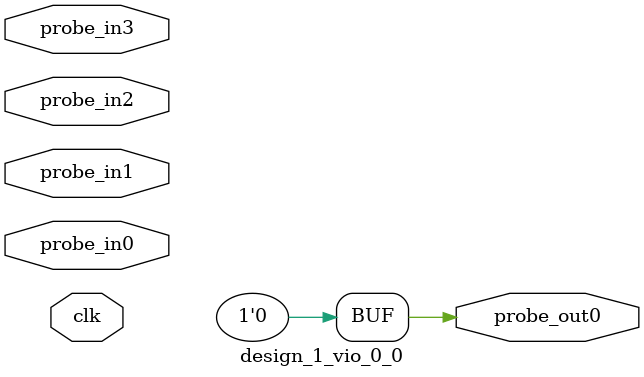
<source format=v>
`timescale 1ns / 1ps
module design_1_vio_0_0 (
clk,
probe_in0,probe_in1,probe_in2,probe_in3,
probe_out0
);

input clk;
input [0 : 0] probe_in0;
input [0 : 0] probe_in1;
input [3 : 0] probe_in2;
input [31 : 0] probe_in3;

output reg [0 : 0] probe_out0 = 'h0 ;


endmodule

</source>
